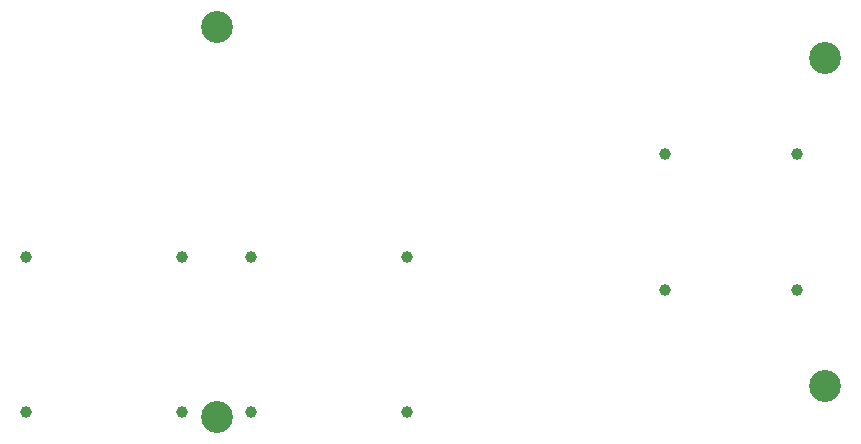
<source format=gbr>
%TF.GenerationSoftware,KiCad,Pcbnew,(5.1.9)-1*%
%TF.CreationDate,2021-11-30T14:52:09+01:00*%
%TF.ProjectId,Little_Big_Scroll_OLED,4c697474-6c65-45f4-9269-675f5363726f,v1.0*%
%TF.SameCoordinates,Original*%
%TF.FileFunction,Soldermask,Top*%
%TF.FilePolarity,Negative*%
%FSLAX46Y46*%
G04 Gerber Fmt 4.6, Leading zero omitted, Abs format (unit mm)*
G04 Created by KiCad (PCBNEW (5.1.9)-1) date 2021-11-30 14:52:09*
%MOMM*%
%LPD*%
G01*
G04 APERTURE LIST*
%ADD10C,2.700000*%
%ADD11C,1.000000*%
G04 APERTURE END LIST*
D10*
X175855000Y-128105000D03*
X227380000Y-125411406D03*
X227380000Y-97698594D03*
X175855000Y-95005000D03*
D11*
X213801400Y-105776400D03*
X224958600Y-117333600D03*
X213801400Y-117333600D03*
X224958600Y-105776400D03*
X178801400Y-114501400D03*
X191958600Y-114501400D03*
X191958600Y-127658600D03*
X178801400Y-127658600D03*
X159751400Y-114501400D03*
X172908600Y-114501400D03*
X172908600Y-127658600D03*
X159751400Y-127658600D03*
M02*

</source>
